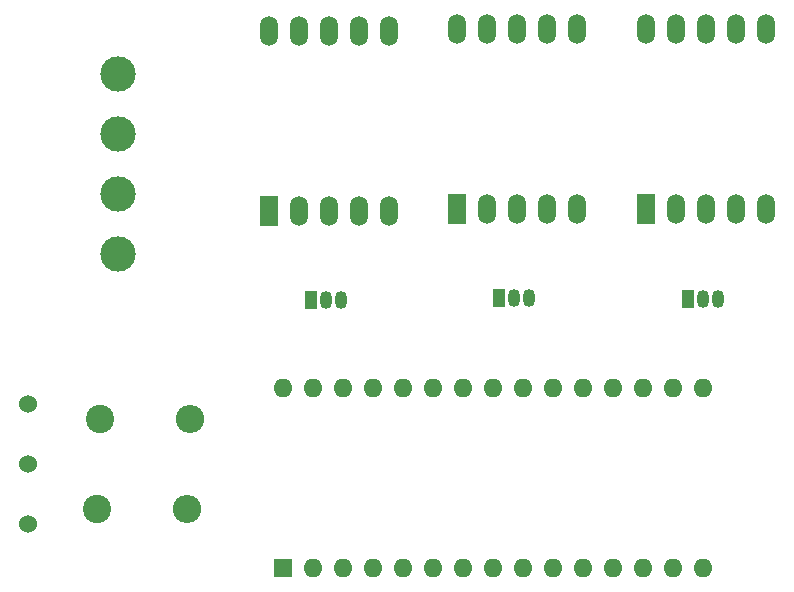
<source format=gbr>
%TF.GenerationSoftware,KiCad,Pcbnew,(6.0.11)*%
%TF.CreationDate,2023-02-07T12:56:04-07:00*%
%TF.ProjectId,temp_changer,74656d70-5f63-4686-916e-6765722e6b69,rev?*%
%TF.SameCoordinates,Original*%
%TF.FileFunction,Soldermask,Bot*%
%TF.FilePolarity,Negative*%
%FSLAX46Y46*%
G04 Gerber Fmt 4.6, Leading zero omitted, Abs format (unit mm)*
G04 Created by KiCad (PCBNEW (6.0.11)) date 2023-02-07 12:56:04*
%MOMM*%
%LPD*%
G01*
G04 APERTURE LIST*
%ADD10C,2.400000*%
%ADD11O,2.400000X2.400000*%
%ADD12R,1.524000X2.524000*%
%ADD13O,1.524000X2.524000*%
%ADD14R,1.050000X1.500000*%
%ADD15O,1.050000X1.500000*%
%ADD16R,1.600000X1.600000*%
%ADD17O,1.600000X1.600000*%
%ADD18C,1.524000*%
%ADD19C,3.000000*%
G04 APERTURE END LIST*
D10*
%TO.C,R1*%
X115080000Y-101600000D03*
D11*
X122700000Y-101600000D03*
%TD*%
D12*
%TO.C,U3*%
X161560000Y-76200000D03*
D13*
X164100000Y-76200000D03*
X166640000Y-76200000D03*
X169180000Y-76200000D03*
X171720000Y-76200000D03*
X171720000Y-60960000D03*
X169180000Y-60960000D03*
X166640000Y-60960000D03*
X164100000Y-60960000D03*
X161560000Y-60960000D03*
%TD*%
D14*
%TO.C,Q2*%
X149073625Y-83771890D03*
D15*
X150343625Y-83771890D03*
X151613625Y-83771890D03*
%TD*%
D14*
%TO.C,Q3*%
X165100000Y-83820000D03*
D15*
X166370000Y-83820000D03*
X167640000Y-83820000D03*
%TD*%
D16*
%TO.C,A1*%
X130810000Y-106670000D03*
D17*
X133350000Y-106670000D03*
X135890000Y-106670000D03*
X138430000Y-106670000D03*
X140970000Y-106670000D03*
X143510000Y-106670000D03*
X146050000Y-106670000D03*
X148590000Y-106670000D03*
X151130000Y-106670000D03*
X153670000Y-106670000D03*
X156210000Y-106670000D03*
X158750000Y-106670000D03*
X161290000Y-106670000D03*
X163830000Y-106670000D03*
X166370000Y-106670000D03*
X166370000Y-91430000D03*
X163830000Y-91430000D03*
X161290000Y-91430000D03*
X158750000Y-91430000D03*
X156210000Y-91430000D03*
X153670000Y-91430000D03*
X151130000Y-91430000D03*
X148590000Y-91430000D03*
X146050000Y-91430000D03*
X143510000Y-91430000D03*
X140970000Y-91430000D03*
X138430000Y-91430000D03*
X135890000Y-91430000D03*
X133350000Y-91430000D03*
X130810000Y-91430000D03*
%TD*%
D10*
%TO.C,R2*%
X115300000Y-93980000D03*
D11*
X122920000Y-93980000D03*
%TD*%
D12*
%TO.C,U2*%
X145580000Y-76200000D03*
D13*
X148120000Y-76200000D03*
X150660000Y-76200000D03*
X153200000Y-76200000D03*
X155740000Y-76200000D03*
X155740000Y-60960000D03*
X153200000Y-60960000D03*
X150660000Y-60960000D03*
X148120000Y-60960000D03*
X145580000Y-60960000D03*
%TD*%
D18*
%TO.C,U5*%
X109220000Y-92710000D03*
X109220000Y-97790000D03*
X109220000Y-102870000D03*
%TD*%
D14*
%TO.C,Q1*%
X133160000Y-83940046D03*
D15*
X134430000Y-83940046D03*
X135700000Y-83940046D03*
%TD*%
D12*
%TO.C,U1*%
X129640000Y-76390000D03*
D13*
X132180000Y-76390000D03*
X134720000Y-76390000D03*
X137260000Y-76390000D03*
X139800000Y-76390000D03*
X139800000Y-61150000D03*
X137260000Y-61150000D03*
X134720000Y-61150000D03*
X132180000Y-61150000D03*
X129640000Y-61150000D03*
%TD*%
D19*
%TO.C,U4*%
X116840000Y-80010000D03*
X116840000Y-74930000D03*
X116840000Y-69850000D03*
X116840000Y-64770000D03*
%TD*%
M02*

</source>
